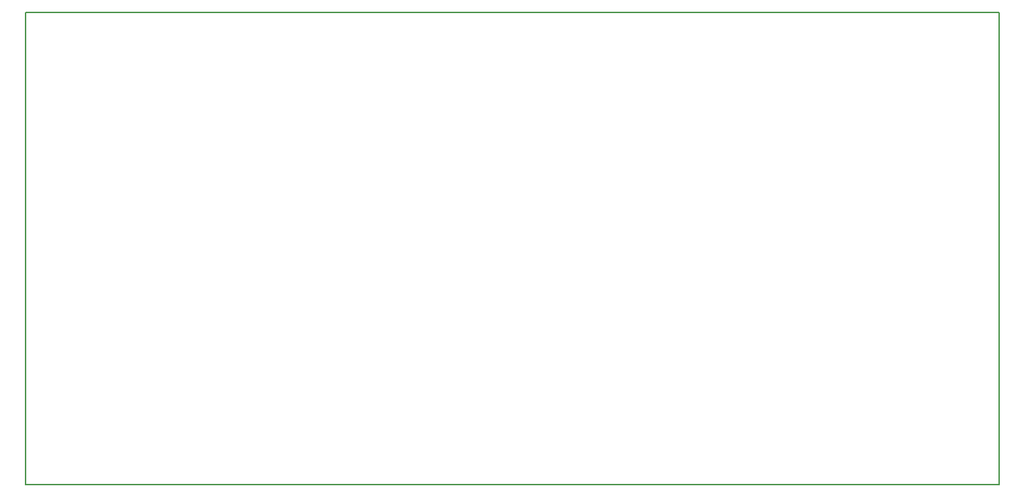
<source format=gm1>
G04 MADE WITH FRITZING*
G04 WWW.FRITZING.ORG*
G04 DOUBLE SIDED*
G04 HOLES PLATED*
G04 CONTOUR ON CENTER OF CONTOUR VECTOR*
%ASAXBY*%
%FSLAX23Y23*%
%MOIN*%
%OFA0B0*%
%SFA1.0B1.0*%
%ADD10R,4.705630X2.286850*%
%ADD11C,0.008000*%
%ADD10C,0.008*%
%LNCONTOUR*%
G90*
G70*
G54D10*
G54D11*
X4Y2283D02*
X4702Y2283D01*
X4702Y4D01*
X4Y4D01*
X4Y2283D01*
D02*
G04 End of contour*
M02*
</source>
